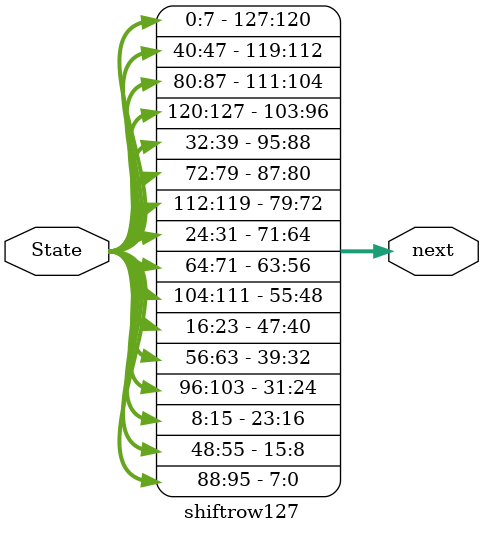
<source format=v>
module shiftrow127(
    input [0:127] State,
    output [0:127] next 
);


///////////////////////////
assign next[0:7]=State[0:7];
assign next[32:39]=State[32:39];
assign next[64:71]=State[64:71];
assign next[96:103]=State[96:103];
///////////////////////////
assign next[8:15]=State[40:47];
assign next[40:47]=State[72:79];
assign next[72:79]=State[104:111];
assign next[104:111]=State[8:15];
//////////////////////////////
assign next[16:23]=State[80:87];
assign next[48:55]=State[112:119];
assign next[80:87]=State[16:23];
assign next[112:119]=State[48:55];
//////////////////////////////
assign next[24:31]=State[120:127];
assign next[56:63]=State[24:31];
assign next[88:95]=State[56:63];
assign next[120:127]=State[88:95];
	

endmodule

</source>
